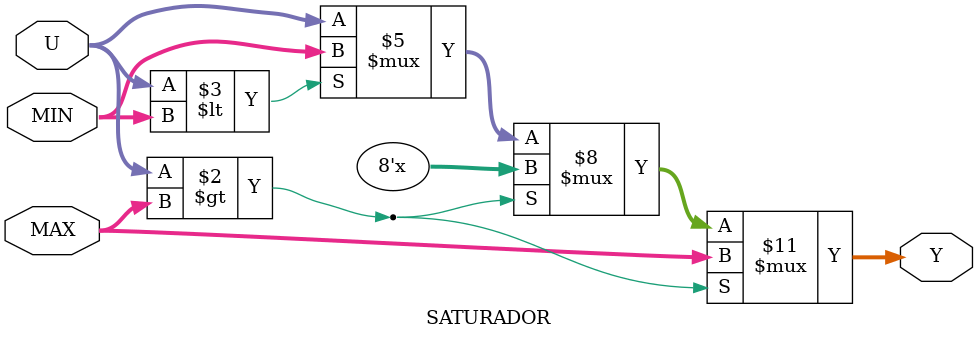
<source format=v>
module SATURADOR #(
	parameter n=8
	)
	(			 
	input  signed [n-1:0] MAX,
	input  signed [n-1:0] MIN,
	input  signed [n-1:0] U,
	output reg signed [n-1:0] Y
	); 
	
	always@(MAX,MIN,U)
		begin
		 if (U > MAX)
			 Y = MAX;
		 else if (U < MIN)
			 Y = MIN;
		 else
			 Y = U;
		end
		

endmodule
</source>
